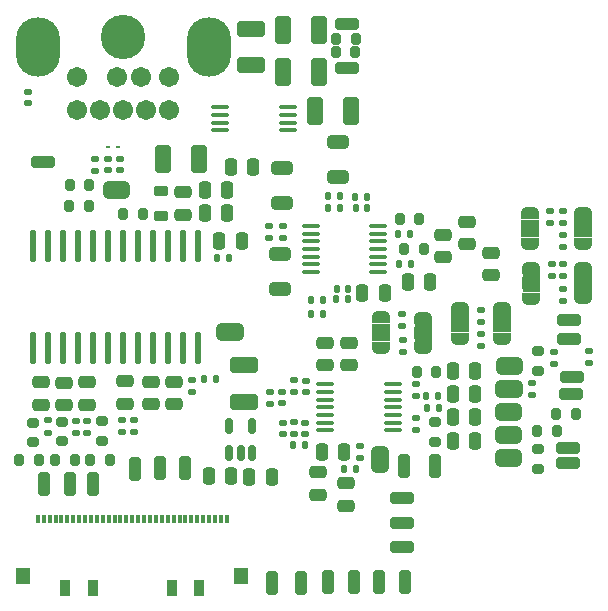
<source format=gbr>
%TF.GenerationSoftware,KiCad,Pcbnew,9.0.0*%
%TF.CreationDate,2025-11-19T20:28:36-08:00*%
%TF.ProjectId,MegaAV_CE,4d656761-4156-45f4-9345-2e6b69636164,rev?*%
%TF.SameCoordinates,Original*%
%TF.FileFunction,Soldermask,Top*%
%TF.FilePolarity,Negative*%
%FSLAX46Y46*%
G04 Gerber Fmt 4.6, Leading zero omitted, Abs format (unit mm)*
G04 Created by KiCad (PCBNEW 9.0.0) date 2025-11-19 20:28:36*
%MOMM*%
%LPD*%
G01*
G04 APERTURE LIST*
G04 Aperture macros list*
%AMRoundRect*
0 Rectangle with rounded corners*
0 $1 Rounding radius*
0 $2 $3 $4 $5 $6 $7 $8 $9 X,Y pos of 4 corners*
0 Add a 4 corners polygon primitive as box body*
4,1,4,$2,$3,$4,$5,$6,$7,$8,$9,$2,$3,0*
0 Add four circle primitives for the rounded corners*
1,1,$1+$1,$2,$3*
1,1,$1+$1,$4,$5*
1,1,$1+$1,$6,$7*
1,1,$1+$1,$8,$9*
0 Add four rect primitives between the rounded corners*
20,1,$1+$1,$2,$3,$4,$5,0*
20,1,$1+$1,$4,$5,$6,$7,0*
20,1,$1+$1,$6,$7,$8,$9,0*
20,1,$1+$1,$8,$9,$2,$3,0*%
%AMFreePoly0*
4,1,23,0.500000,-0.750000,0.000000,-0.750000,0.000000,-0.745722,-0.065263,-0.745722,-0.191342,-0.711940,-0.304381,-0.646677,-0.396677,-0.554381,-0.461940,-0.441342,-0.495722,-0.315263,-0.495722,-0.250000,-0.500000,-0.250000,-0.500000,0.250000,-0.495722,0.250000,-0.495722,0.315263,-0.461940,0.441342,-0.396677,0.554381,-0.304381,0.646677,-0.191342,0.711940,-0.065263,0.745722,0.000000,0.745722,
0.000000,0.750000,0.500000,0.750000,0.500000,-0.750000,0.500000,-0.750000,$1*%
%AMFreePoly1*
4,1,23,0.000000,0.745722,0.065263,0.745722,0.191342,0.711940,0.304381,0.646677,0.396677,0.554381,0.461940,0.441342,0.495722,0.315263,0.495722,0.250000,0.500000,0.250000,0.500000,-0.250000,0.495722,-0.250000,0.495722,-0.315263,0.461940,-0.441342,0.396677,-0.554381,0.304381,-0.646677,0.191342,-0.711940,0.065263,-0.745722,0.000000,-0.745722,0.000000,-0.750000,-0.500000,-0.750000,
-0.500000,0.750000,0.000000,0.750000,0.000000,0.745722,0.000000,0.745722,$1*%
%AMFreePoly2*
4,1,23,0.550000,-0.750000,0.000000,-0.750000,0.000000,-0.745722,-0.065263,-0.745722,-0.191342,-0.711940,-0.304381,-0.646677,-0.396677,-0.554381,-0.461940,-0.441342,-0.495722,-0.315263,-0.495722,-0.250000,-0.500000,-0.250000,-0.500000,0.250000,-0.495722,0.250000,-0.495722,0.315263,-0.461940,0.441342,-0.396677,0.554381,-0.304381,0.646677,-0.191342,0.711940,-0.065263,0.745722,0.000000,0.745722,
0.000000,0.750000,0.550000,0.750000,0.550000,-0.750000,0.550000,-0.750000,$1*%
%AMFreePoly3*
4,1,23,0.000000,0.745722,0.065263,0.745722,0.191342,0.711940,0.304381,0.646677,0.396677,0.554381,0.461940,0.441342,0.495722,0.315263,0.495722,0.250000,0.500000,0.250000,0.500000,-0.250000,0.495722,-0.250000,0.495722,-0.315263,0.461940,-0.441342,0.396677,-0.554381,0.304381,-0.646677,0.191342,-0.711940,0.065263,-0.745722,0.000000,-0.745722,0.000000,-0.750000,-0.550000,-0.750000,
-0.550000,0.750000,0.000000,0.750000,0.000000,0.745722,0.000000,0.745722,$1*%
G04 Aperture macros list end*
%ADD10RoundRect,0.200000X0.275000X-0.200000X0.275000X0.200000X-0.275000X0.200000X-0.275000X-0.200000X0*%
%ADD11RoundRect,0.250000X-0.750000X0.250000X-0.750000X-0.250000X0.750000X-0.250000X0.750000X0.250000X0*%
%ADD12FreePoly0,180.000000*%
%ADD13FreePoly1,180.000000*%
%ADD14RoundRect,0.250000X0.250000X0.750000X-0.250000X0.750000X-0.250000X-0.750000X0.250000X-0.750000X0*%
%ADD15RoundRect,0.135000X0.185000X-0.135000X0.185000X0.135000X-0.185000X0.135000X-0.185000X-0.135000X0*%
%ADD16RoundRect,0.250000X-0.250000X-0.475000X0.250000X-0.475000X0.250000X0.475000X-0.250000X0.475000X0*%
%ADD17RoundRect,0.135000X0.135000X0.185000X-0.135000X0.185000X-0.135000X-0.185000X0.135000X-0.185000X0*%
%ADD18RoundRect,0.250000X0.925000X-0.412500X0.925000X0.412500X-0.925000X0.412500X-0.925000X-0.412500X0*%
%ADD19RoundRect,0.135000X-0.135000X-0.185000X0.135000X-0.185000X0.135000X0.185000X-0.135000X0.185000X0*%
%ADD20RoundRect,0.100000X0.637500X0.100000X-0.637500X0.100000X-0.637500X-0.100000X0.637500X-0.100000X0*%
%ADD21RoundRect,0.250000X-0.250000X-0.750000X0.250000X-0.750000X0.250000X0.750000X-0.250000X0.750000X0*%
%ADD22RoundRect,0.140000X-0.170000X0.140000X-0.170000X-0.140000X0.170000X-0.140000X0.170000X0.140000X0*%
%ADD23RoundRect,0.250000X0.475000X-0.250000X0.475000X0.250000X-0.475000X0.250000X-0.475000X-0.250000X0*%
%ADD24RoundRect,0.200000X0.200000X0.275000X-0.200000X0.275000X-0.200000X-0.275000X0.200000X-0.275000X0*%
%ADD25RoundRect,0.250000X0.750000X-0.250000X0.750000X0.250000X-0.750000X0.250000X-0.750000X-0.250000X0*%
%ADD26FreePoly2,270.000000*%
%ADD27R,1.500000X1.000000*%
%ADD28FreePoly3,270.000000*%
%ADD29RoundRect,0.135000X-0.185000X0.135000X-0.185000X-0.135000X0.185000X-0.135000X0.185000X0.135000X0*%
%ADD30RoundRect,0.140000X-0.140000X-0.170000X0.140000X-0.170000X0.140000X0.170000X-0.140000X0.170000X0*%
%ADD31FreePoly2,90.000000*%
%ADD32FreePoly3,90.000000*%
%ADD33RoundRect,0.250000X-0.475000X0.250000X-0.475000X-0.250000X0.475000X-0.250000X0.475000X0.250000X0*%
%ADD34RoundRect,0.250000X0.412500X0.925000X-0.412500X0.925000X-0.412500X-0.925000X0.412500X-0.925000X0*%
%ADD35RoundRect,0.200000X-0.200000X-0.275000X0.200000X-0.275000X0.200000X0.275000X-0.200000X0.275000X0*%
%ADD36RoundRect,0.250000X-0.412500X-0.925000X0.412500X-0.925000X0.412500X0.925000X-0.412500X0.925000X0*%
%ADD37RoundRect,0.100000X-0.637500X-0.100000X0.637500X-0.100000X0.637500X0.100000X-0.637500X0.100000X0*%
%ADD38FreePoly0,270.000000*%
%ADD39FreePoly1,270.000000*%
%ADD40RoundRect,0.137500X0.137500X-1.187500X0.137500X1.187500X-0.137500X1.187500X-0.137500X-1.187500X0*%
%ADD41RoundRect,0.250000X0.650000X-0.325000X0.650000X0.325000X-0.650000X0.325000X-0.650000X-0.325000X0*%
%ADD42FreePoly0,0.000000*%
%ADD43FreePoly1,0.000000*%
%ADD44RoundRect,0.250000X0.250000X0.475000X-0.250000X0.475000X-0.250000X-0.475000X0.250000X-0.475000X0*%
%ADD45RoundRect,0.218750X0.381250X-0.218750X0.381250X0.218750X-0.381250X0.218750X-0.381250X-0.218750X0*%
%ADD46RoundRect,0.140000X0.170000X-0.140000X0.170000X0.140000X-0.170000X0.140000X-0.170000X-0.140000X0*%
%ADD47RoundRect,0.200000X-0.275000X0.200000X-0.275000X-0.200000X0.275000X-0.200000X0.275000X0.200000X0*%
%ADD48R,0.300000X0.800000*%
%ADD49R,1.220000X1.400000*%
%ADD50R,0.850000X1.400000*%
%ADD51RoundRect,0.062500X-0.117500X-0.062500X0.117500X-0.062500X0.117500X0.062500X-0.117500X0.062500X0*%
%ADD52C,1.711200*%
%ADD53O,3.759200X5.029200*%
%ADD54C,3.759200*%
%ADD55RoundRect,0.150000X0.150000X-0.512500X0.150000X0.512500X-0.150000X0.512500X-0.150000X-0.512500X0*%
G04 APERTURE END LIST*
%TO.C,PSGPD2*%
G36*
X211725000Y-131000000D02*
G01*
X211425000Y-131000000D01*
X211425000Y-129500000D01*
X211725000Y-129500000D01*
X211725000Y-131000000D01*
G37*
%TO.C,HPL_RES2*%
G36*
X218625000Y-112000000D02*
G01*
X217125000Y-112000000D01*
X217125000Y-113500000D01*
X218625000Y-113500000D01*
X218625000Y-112000000D01*
G37*
%TO.C,MD1_PU1*%
G36*
X188123511Y-122303791D02*
G01*
X187823511Y-122303791D01*
X187823511Y-120803791D01*
X188123511Y-120803791D01*
X188123511Y-122303791D01*
G37*
%TO.C,FML_1*%
G36*
X200025000Y-122325000D02*
G01*
X201525000Y-122325000D01*
X201525000Y-120825000D01*
X200025000Y-120825000D01*
X200025000Y-122325000D01*
G37*
%TO.C,HPR_RES1*%
G36*
X214241794Y-116660000D02*
G01*
X212741794Y-116660000D01*
X212741794Y-118160000D01*
X214241794Y-118160000D01*
X214241794Y-116660000D01*
G37*
%TO.C,PSGPD4*%
G36*
X201420000Y-132160000D02*
G01*
X199920000Y-132160000D01*
X199920000Y-132460000D01*
X201420000Y-132460000D01*
X201420000Y-132160000D01*
G37*
%TO.C,FO1*%
G36*
X178191741Y-108785170D02*
G01*
X178491741Y-108785170D01*
X178491741Y-110285170D01*
X178191741Y-110285170D01*
X178191741Y-108785170D01*
G37*
%TO.C,PSGPD3*%
G36*
X211725000Y-129075000D02*
G01*
X211425000Y-129075000D01*
X211425000Y-127575000D01*
X211725000Y-127575000D01*
X211725000Y-129075000D01*
G37*
%TO.C,32XPD2*%
G36*
X211775000Y-125175000D02*
G01*
X211475000Y-125175000D01*
X211475000Y-123675000D01*
X211775000Y-123675000D01*
X211775000Y-125175000D01*
G37*
%TO.C,HPL_RES1*%
G36*
X214092537Y-112025000D02*
G01*
X212592537Y-112025000D01*
X212592537Y-113525000D01*
X214092537Y-113525000D01*
X214092537Y-112025000D01*
G37*
%TO.C,FMR_1*%
G36*
X210234703Y-121533429D02*
G01*
X211734703Y-121533429D01*
X211734703Y-120033429D01*
X210234703Y-120033429D01*
X210234703Y-121533429D01*
G37*
%TO.C,FMR_2*%
G36*
X206684703Y-121533429D02*
G01*
X208184703Y-121533429D01*
X208184703Y-120033429D01*
X206684703Y-120033429D01*
X206684703Y-121533429D01*
G37*
%TO.C,32XPD1*%
G36*
X211725000Y-132950000D02*
G01*
X211425000Y-132950000D01*
X211425000Y-131450000D01*
X211725000Y-131450000D01*
X211725000Y-132950000D01*
G37*
%TO.C,HPR_RES2*%
G36*
X218625000Y-116635000D02*
G01*
X217125000Y-116635000D01*
X217125000Y-118135000D01*
X218625000Y-118135000D01*
X218625000Y-116635000D01*
G37*
%TO.C,PSGPD1*%
G36*
X211750000Y-127125000D02*
G01*
X211450000Y-127125000D01*
X211450000Y-125625000D01*
X211750000Y-125625000D01*
X211750000Y-127125000D01*
G37*
%TO.C,FML_2*%
G36*
X203600000Y-122375000D02*
G01*
X205100000Y-122375000D01*
X205100000Y-120875000D01*
X203600000Y-120875000D01*
X203600000Y-122375000D01*
G37*
%TD*%
D10*
%TO.C,R15*%
X214084197Y-133110858D03*
X214084197Y-131460858D03*
%TD*%
%TO.C,R17*%
X214017015Y-124794773D03*
X214017015Y-123144773D03*
%TD*%
D11*
%TO.C,REGION*%
X172111038Y-107153929D03*
%TD*%
D12*
%TO.C,PSGPD2*%
X212225000Y-130250000D03*
D13*
X210925000Y-130250000D03*
%TD*%
D14*
%TO.C,B_IN1*%
X176381601Y-134377860D03*
%TD*%
D15*
%TO.C,R21*%
X209209703Y-122678429D03*
X209209703Y-121658429D03*
%TD*%
D16*
%TO.C,C31*%
X188050947Y-107558261D03*
X189950947Y-107558261D03*
%TD*%
D17*
%TO.C,R40*%
X203310000Y-115800000D03*
X202290000Y-115800000D03*
%TD*%
D18*
%TO.C,C56*%
X189138108Y-127422515D03*
X189138108Y-124347515D03*
%TD*%
D14*
%TO.C,S_IN1*%
X184200229Y-133008778D03*
%TD*%
D15*
%TO.C,R66*%
X175901623Y-130078050D03*
X175901623Y-129058050D03*
%TD*%
D19*
%TO.C,R46*%
X198585000Y-110075000D03*
X199605000Y-110075000D03*
%TD*%
D20*
%TO.C,U7*%
X200537500Y-116450000D03*
X200537500Y-115800000D03*
X200537500Y-115150000D03*
X200537500Y-114500000D03*
X200537500Y-113850000D03*
X200537500Y-113200000D03*
X200537500Y-112550000D03*
X194812500Y-112550000D03*
X194812500Y-113200000D03*
X194812500Y-113850000D03*
X194812500Y-114500000D03*
X194812500Y-115150000D03*
X194812500Y-115800000D03*
X194812500Y-116450000D03*
%TD*%
D21*
%TO.C,G_IN1*%
X174451322Y-134396922D03*
%TD*%
D22*
%TO.C,C11*%
X192450000Y-129195000D03*
X192450000Y-130155000D03*
%TD*%
D21*
%TO.C,CD_L1*%
X200620000Y-142700000D03*
%TD*%
D15*
%TO.C,R57*%
X172567973Y-130039917D03*
X172567973Y-129019917D03*
%TD*%
D23*
%TO.C,C26*%
X206025684Y-115211229D03*
X206025684Y-113311229D03*
%TD*%
D24*
%TO.C,R26*%
X205448677Y-124897246D03*
X203798677Y-124897246D03*
%TD*%
D25*
%TO.C,SR3*%
X216650000Y-122125000D03*
%TD*%
D26*
%TO.C,HPL_RES2*%
X217875000Y-111450000D03*
D27*
X217875000Y-112750000D03*
D28*
X217875000Y-114050000D03*
%TD*%
D12*
%TO.C,MD1_PU1*%
X188623511Y-121553791D03*
D13*
X187323511Y-121553791D03*
%TD*%
D29*
%TO.C,R32*%
X203750000Y-128830000D03*
X203750000Y-129850000D03*
%TD*%
D30*
%TO.C,C36*%
X198645000Y-111025000D03*
X199605000Y-111025000D03*
%TD*%
D25*
%TO.C,CHROMA1*%
X197878207Y-99173916D03*
%TD*%
D31*
%TO.C,FML_1*%
X200775000Y-122875000D03*
D27*
X200775000Y-121575000D03*
D32*
X200775000Y-120275000D03*
%TD*%
D15*
%TO.C,R7*%
X193400000Y-126625000D03*
X193400000Y-125605000D03*
%TD*%
D33*
%TO.C,C32*%
X179084485Y-125711494D03*
X179084485Y-127611494D03*
%TD*%
D16*
%TO.C,C54*%
X186170339Y-133754337D03*
X188070339Y-133754337D03*
%TD*%
D17*
%TO.C,R27*%
X205610000Y-126925000D03*
X204590000Y-126925000D03*
%TD*%
D25*
%TO.C,FM_R1*%
X202540000Y-137660000D03*
%TD*%
D34*
%TO.C,C46*%
X185372752Y-106885737D03*
X182297752Y-106885737D03*
%TD*%
D35*
%TO.C,R56*%
X176138382Y-132371704D03*
X177788382Y-132371704D03*
%TD*%
D23*
%TO.C,C4*%
X195460000Y-135290000D03*
X195460000Y-133390000D03*
%TD*%
D25*
%TO.C,HPL_SL2*%
X216895710Y-125307108D03*
%TD*%
D21*
%TO.C,HP_L1*%
X202675000Y-132875000D03*
%TD*%
D35*
%TO.C,R37*%
X170124253Y-132403464D03*
X171774253Y-132403464D03*
%TD*%
D17*
%TO.C,R36*%
X186821970Y-125539302D03*
X185801970Y-125539302D03*
%TD*%
D26*
%TO.C,HPR_RES1*%
X213491794Y-116110000D03*
D27*
X213491794Y-117410000D03*
D28*
X213491794Y-118710000D03*
%TD*%
D21*
%TO.C,HP_R1*%
X205325000Y-132865000D03*
%TD*%
D15*
%TO.C,R67*%
X184768353Y-126616345D03*
X184768353Y-125596345D03*
%TD*%
D16*
%TO.C,C37*%
X199173990Y-118229313D03*
X201073990Y-118229313D03*
%TD*%
D15*
%TO.C,R30*%
X213500000Y-126885000D03*
X213500000Y-125865000D03*
%TD*%
D36*
%TO.C,C47*%
X192426027Y-95954101D03*
X195501027Y-95954101D03*
%TD*%
D24*
%TO.C,R74*%
X176018534Y-110842019D03*
X174368534Y-110842019D03*
%TD*%
D17*
%TO.C,R41*%
X203235000Y-113200000D03*
X202215000Y-113200000D03*
%TD*%
D33*
%TO.C,C51*%
X183994859Y-109697002D03*
X183994859Y-111597002D03*
%TD*%
D17*
%TO.C,R48*%
X195885000Y-118800000D03*
X194865000Y-118800000D03*
%TD*%
D23*
%TO.C,C15*%
X198025000Y-124325000D03*
X198025000Y-122425000D03*
%TD*%
D15*
%TO.C,R68*%
X179861113Y-129976516D03*
X179861113Y-128956516D03*
%TD*%
D29*
%TO.C,R23*%
X202600000Y-122230000D03*
X202600000Y-123250000D03*
%TD*%
D21*
%TO.C,32X_L1*%
X196280000Y-142730000D03*
%TD*%
D37*
%TO.C,U3*%
X196057500Y-125950000D03*
X196057500Y-126600000D03*
X196057500Y-127250000D03*
X196057500Y-127900000D03*
X196057500Y-128550000D03*
X196057500Y-129200000D03*
X196057500Y-129850000D03*
X201782500Y-129850000D03*
X201782500Y-129200000D03*
X201782500Y-128550000D03*
X201782500Y-127900000D03*
X201782500Y-127250000D03*
X201782500Y-126600000D03*
X201782500Y-125950000D03*
%TD*%
D17*
%TO.C,R44*%
X198635349Y-133102444D03*
X197615349Y-133102444D03*
%TD*%
D15*
%TO.C,R58*%
X174969760Y-130078050D03*
X174969760Y-129058050D03*
%TD*%
%TO.C,R31*%
X203700000Y-126970000D03*
X203700000Y-125950000D03*
%TD*%
D29*
%TO.C,R22*%
X209234703Y-119633429D03*
X209234703Y-120653429D03*
%TD*%
D25*
%TO.C,SL3*%
X216650000Y-120475000D03*
%TD*%
D11*
%TO.C,HPL_SL1*%
X216855293Y-126749678D03*
%TD*%
D15*
%TO.C,R79*%
X216141571Y-112296884D03*
X216141571Y-111276884D03*
%TD*%
%TO.C,R25*%
X198940000Y-132180000D03*
X198940000Y-131160000D03*
%TD*%
D21*
%TO.C,R_IN1*%
X172225448Y-134427317D03*
%TD*%
D24*
%TO.C,R35*%
X180588376Y-111500185D03*
X178938376Y-111500185D03*
%TD*%
D38*
%TO.C,PSGPD4*%
X200670000Y-131660000D03*
D39*
X200670000Y-132960000D03*
%TD*%
D29*
%TO.C,R61*%
X215403331Y-123213151D03*
X215403331Y-124233151D03*
%TD*%
D15*
%TO.C,R78*%
X215095499Y-112280062D03*
X215095499Y-111260062D03*
%TD*%
D22*
%TO.C,C49*%
X177622946Y-106882708D03*
X177622946Y-107842708D03*
%TD*%
D40*
%TO.C,IC1*%
X171330163Y-122873265D03*
X172600163Y-122873265D03*
X173870163Y-122873265D03*
X175140163Y-122873265D03*
X176410163Y-122873265D03*
X177680163Y-122873265D03*
X178950163Y-122873265D03*
X180220163Y-122873265D03*
X181490163Y-122873265D03*
X182760163Y-122873265D03*
X184030163Y-122873265D03*
X185300163Y-122873265D03*
X185300163Y-114223265D03*
X184030163Y-114223265D03*
X182760163Y-114223265D03*
X181490163Y-114223265D03*
X180220163Y-114223265D03*
X178950163Y-114223265D03*
X177680163Y-114223265D03*
X176410163Y-114223265D03*
X175140163Y-114223265D03*
X173870163Y-114223265D03*
X172600163Y-114223265D03*
X171330163Y-114223265D03*
%TD*%
D25*
%TO.C,HPR_SL2*%
X216620000Y-131380000D03*
%TD*%
D41*
%TO.C,C44*%
X197150000Y-108375000D03*
X197150000Y-105425000D03*
%TD*%
D42*
%TO.C,FO1*%
X177691741Y-109535170D03*
D43*
X178991741Y-109535170D03*
%TD*%
D15*
%TO.C,R70*%
X178796739Y-130005010D03*
X178796739Y-128985010D03*
%TD*%
D23*
%TO.C,C28*%
X171951528Y-127698422D03*
X171951528Y-125798422D03*
%TD*%
%TO.C,C34*%
X175866931Y-127697924D03*
X175866931Y-125797924D03*
%TD*%
D24*
%TO.C,R39*%
X204374375Y-114509948D03*
X202724375Y-114509948D03*
%TD*%
D21*
%TO.C,GND1*%
X193970000Y-142820000D03*
%TD*%
%TO.C,5V1*%
X191510000Y-142820000D03*
%TD*%
D12*
%TO.C,PSGPD3*%
X212225000Y-128325000D03*
D13*
X210925000Y-128325000D03*
%TD*%
D36*
%TO.C,C48*%
X192426209Y-99490978D03*
X195501209Y-99490978D03*
%TD*%
D17*
%TO.C,R55*%
X197260000Y-110050000D03*
X196240000Y-110050000D03*
%TD*%
D12*
%TO.C,32XPD2*%
X212275000Y-124425000D03*
D13*
X210975000Y-124425000D03*
%TD*%
D17*
%TO.C,R28*%
X205656609Y-127996528D03*
X204636609Y-127996528D03*
%TD*%
D10*
%TO.C,R73*%
X177094344Y-130752519D03*
X177094344Y-129102519D03*
%TD*%
D25*
%TO.C,LUMA1*%
X197847500Y-95420000D03*
%TD*%
D23*
%TO.C,C14*%
X196050000Y-124325000D03*
X196050000Y-122425000D03*
%TD*%
D44*
%TO.C,C52*%
X187755052Y-111478272D03*
X185855052Y-111478272D03*
%TD*%
D15*
%TO.C,R77*%
X215207433Y-116802066D03*
X215207433Y-115782066D03*
%TD*%
D20*
%TO.C,U6*%
X192887500Y-104450000D03*
X192887500Y-103800000D03*
X192887500Y-103150000D03*
X192887500Y-102500000D03*
X187162500Y-102500000D03*
X187162500Y-103150000D03*
X187162500Y-103800000D03*
X187162500Y-104450000D03*
%TD*%
D45*
%TO.C,L1*%
X182091509Y-111730420D03*
X182091509Y-109605420D03*
%TD*%
D15*
%TO.C,R65*%
X216153744Y-116809290D03*
X216153744Y-115789290D03*
%TD*%
D19*
%TO.C,R49*%
X196240000Y-111050000D03*
X197260000Y-111050000D03*
%TD*%
D46*
%TO.C,C50*%
X178697965Y-107807268D03*
X178697965Y-106847268D03*
%TD*%
D22*
%TO.C,C12*%
X194425000Y-125640000D03*
X194425000Y-126600000D03*
%TD*%
D23*
%TO.C,C27*%
X208012328Y-114078003D03*
X208012328Y-112178003D03*
%TD*%
D16*
%TO.C,C39*%
X187045627Y-113788512D03*
X188945627Y-113788512D03*
%TD*%
D35*
%TO.C,R45*%
X174389595Y-109043388D03*
X176039595Y-109043388D03*
%TD*%
D47*
%TO.C,R29*%
X205360966Y-129153158D03*
X205360966Y-130803158D03*
%TD*%
D41*
%TO.C,C43*%
X192400000Y-110625000D03*
X192400000Y-107675000D03*
%TD*%
D23*
%TO.C,C24*%
X210034721Y-116736388D03*
X210034721Y-114836388D03*
%TD*%
D24*
%TO.C,R75*%
X198598268Y-96682714D03*
X196948268Y-96682714D03*
%TD*%
D21*
%TO.C,CD_R1*%
X202790000Y-142700000D03*
%TD*%
D44*
%TO.C,C55*%
X191494516Y-133776307D03*
X189594516Y-133776307D03*
%TD*%
D46*
%TO.C,C13*%
X194300000Y-130175000D03*
X194300000Y-129215000D03*
%TD*%
D36*
%TO.C,C45*%
X195127964Y-102800000D03*
X198202964Y-102800000D03*
%TD*%
D29*
%TO.C,R8*%
X193375000Y-129180000D03*
X193375000Y-130200000D03*
%TD*%
%TO.C,R4*%
X191350000Y-126590000D03*
X191350000Y-127610000D03*
%TD*%
D26*
%TO.C,HPL_RES1*%
X213342537Y-111475000D03*
D27*
X213342537Y-112775000D03*
D28*
X213342537Y-114075000D03*
%TD*%
D44*
%TO.C,C19*%
X208750000Y-124800000D03*
X206850000Y-124800000D03*
%TD*%
D35*
%TO.C,R33*%
X213966347Y-129933509D03*
X215616347Y-129933509D03*
%TD*%
D44*
%TO.C,C53*%
X187742485Y-109517739D03*
X185842485Y-109517739D03*
%TD*%
D31*
%TO.C,FMR_1*%
X210984703Y-122083429D03*
D27*
X210984703Y-120783429D03*
D32*
X210984703Y-119483429D03*
%TD*%
D23*
%TO.C,C29*%
X173905907Y-127705799D03*
X173905907Y-125805799D03*
%TD*%
D44*
%TO.C,C21*%
X208750000Y-128750000D03*
X206850000Y-128750000D03*
%TD*%
D25*
%TO.C,HPR_SL1*%
X216620000Y-132660000D03*
%TD*%
D31*
%TO.C,FMR_2*%
X207434703Y-122083429D03*
D27*
X207434703Y-120783429D03*
D32*
X207434703Y-119483429D03*
%TD*%
D44*
%TO.C,C22*%
X208750000Y-130725000D03*
X206850000Y-130725000D03*
%TD*%
D41*
%TO.C,C42*%
X192175000Y-117900000D03*
X192175000Y-114950000D03*
%TD*%
D22*
%TO.C,C1*%
X170871360Y-101222574D03*
X170871360Y-102182574D03*
%TD*%
D19*
%TO.C,R47*%
X196940000Y-118775000D03*
X197960000Y-118775000D03*
%TD*%
D44*
%TO.C,C20*%
X208750000Y-126775000D03*
X206850000Y-126775000D03*
%TD*%
D12*
%TO.C,32XPD1*%
X212225000Y-132200000D03*
D13*
X210925000Y-132200000D03*
%TD*%
D30*
%TO.C,C35*%
X196995000Y-117850000D03*
X197955000Y-117850000D03*
%TD*%
D48*
%TO.C,Z1*%
X171700000Y-137360000D03*
X172200000Y-137360000D03*
X172700000Y-137360000D03*
X173200000Y-137360000D03*
X173700000Y-137360000D03*
X174200000Y-137360000D03*
X174700000Y-137360000D03*
X175200000Y-137360000D03*
X175700000Y-137360000D03*
X176200000Y-137360000D03*
X176700000Y-137360000D03*
X177200000Y-137360000D03*
X177700000Y-137360000D03*
X178200000Y-137360000D03*
X178700000Y-137360000D03*
X179200000Y-137360000D03*
X179700000Y-137360000D03*
X180200000Y-137360000D03*
X180700000Y-137360000D03*
X181200000Y-137360000D03*
X181700000Y-137360000D03*
X182200000Y-137360000D03*
X182700000Y-137360000D03*
X183200000Y-137360000D03*
X183700000Y-137360000D03*
X184200000Y-137360000D03*
X184700000Y-137360000D03*
X185200000Y-137360000D03*
X185700000Y-137360000D03*
X186200000Y-137360000D03*
X186700000Y-137360000D03*
X187200000Y-137360000D03*
X187700000Y-137360000D03*
D49*
X170460000Y-142210000D03*
D50*
X174025000Y-143220000D03*
X176375000Y-143220000D03*
X183025000Y-143220000D03*
X185375000Y-143220000D03*
D49*
X188940000Y-142210000D03*
%TD*%
D23*
%TO.C,C3*%
X197830000Y-136230000D03*
X197830000Y-134330000D03*
%TD*%
D25*
%TO.C,FM_L1*%
X202510000Y-139750000D03*
%TD*%
D19*
%TO.C,R5*%
X193315000Y-131100000D03*
X194335000Y-131100000D03*
%TD*%
D29*
%TO.C,R59*%
X176559740Y-106876335D03*
X176559740Y-107896335D03*
%TD*%
D51*
%TO.C,D2*%
X178493341Y-105888325D03*
X177653341Y-105888325D03*
%TD*%
D29*
%TO.C,R60*%
X218406679Y-123174217D03*
X218406679Y-124194217D03*
%TD*%
D33*
%TO.C,C33*%
X181276739Y-125744518D03*
X181276739Y-127644518D03*
%TD*%
D21*
%TO.C,SBCR1*%
X179916590Y-133100038D03*
%TD*%
D35*
%TO.C,R34*%
X215588330Y-128430495D03*
X217238330Y-128430495D03*
%TD*%
D15*
%TO.C,R54*%
X191250000Y-113560000D03*
X191250000Y-112540000D03*
%TD*%
D26*
%TO.C,HPR_RES2*%
X217875000Y-116085000D03*
D27*
X217875000Y-117385000D03*
D28*
X217875000Y-118685000D03*
%TD*%
D15*
%TO.C,R62*%
X216145000Y-114305000D03*
X216145000Y-113285000D03*
%TD*%
D16*
%TO.C,C30*%
X195742242Y-131651364D03*
X197642242Y-131651364D03*
%TD*%
D24*
%TO.C,R76*%
X198572452Y-97834544D03*
X196922452Y-97834544D03*
%TD*%
D16*
%TO.C,C25*%
X203017145Y-117308123D03*
X204917145Y-117308123D03*
%TD*%
D10*
%TO.C,R69*%
X171252048Y-130864661D03*
X171252048Y-129214661D03*
%TD*%
D15*
%TO.C,R52*%
X192500000Y-113550000D03*
X192500000Y-112530000D03*
%TD*%
D10*
%TO.C,R71*%
X173774230Y-130761461D03*
X173774230Y-129111461D03*
%TD*%
D24*
%TO.C,R38*%
X174826950Y-132372146D03*
X173176950Y-132372146D03*
%TD*%
D21*
%TO.C,32X_R1*%
X198440000Y-142720000D03*
%TD*%
%TO.C,GND2*%
X182072878Y-133024189D03*
%TD*%
D29*
%TO.C,R24*%
X202575000Y-119980000D03*
X202575000Y-121000000D03*
%TD*%
D22*
%TO.C,C9*%
X192400000Y-126620000D03*
X192400000Y-127580000D03*
%TD*%
D23*
%TO.C,C38*%
X183254325Y-127647015D03*
X183254325Y-125747015D03*
%TD*%
D17*
%TO.C,R53*%
X195885000Y-119975000D03*
X194865000Y-119975000D03*
%TD*%
D52*
%TO.C,CN1*%
X180453000Y-99929200D03*
X178421000Y-99929200D03*
X182840600Y-99929200D03*
X180884800Y-102723200D03*
X178929000Y-102723200D03*
X175017400Y-99929200D03*
X182840600Y-102723200D03*
X176973200Y-102723200D03*
X175017400Y-102723200D03*
D53*
X171690000Y-97440000D03*
D54*
X178929000Y-96551000D03*
D53*
X186168000Y-97440000D03*
%TD*%
D55*
%TO.C,U2*%
X187924798Y-131750132D03*
X188874798Y-131750132D03*
X189824798Y-131750132D03*
X189824798Y-129475132D03*
X187924798Y-129475132D03*
%TD*%
D15*
%TO.C,R64*%
X216150000Y-118895000D03*
X216150000Y-117875000D03*
%TD*%
D12*
%TO.C,PSGPD1*%
X212250000Y-126375000D03*
D13*
X210950000Y-126375000D03*
%TD*%
D17*
%TO.C,R72*%
X187851953Y-115284875D03*
X186831953Y-115284875D03*
%TD*%
D24*
%TO.C,R42*%
X203998415Y-111952655D03*
X202348415Y-111952655D03*
%TD*%
D18*
%TO.C,C41*%
X189775000Y-98962500D03*
X189775000Y-95887500D03*
%TD*%
D25*
%TO.C,P1*%
X202530000Y-135610000D03*
%TD*%
D31*
%TO.C,FML_2*%
X204350000Y-122925000D03*
D27*
X204350000Y-121625000D03*
D32*
X204350000Y-120325000D03*
%TD*%
M02*

</source>
